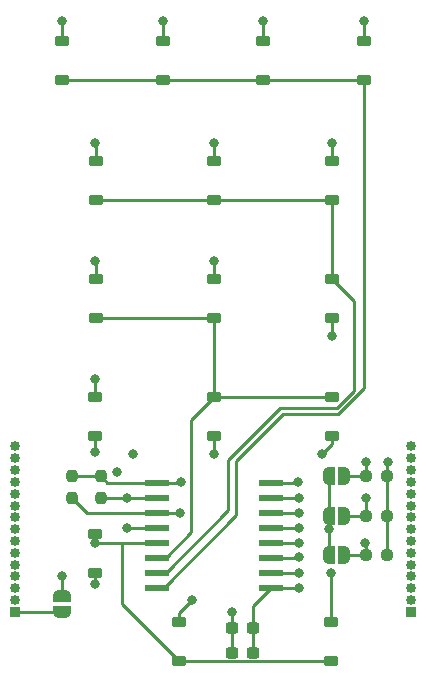
<source format=gbr>
%TF.GenerationSoftware,KiCad,Pcbnew,8.0.1*%
%TF.CreationDate,2024-03-29T18:46:23-05:00*%
%TF.ProjectId,TTWR Keypad,54545752-204b-4657-9970-61642e6b6963,V01*%
%TF.SameCoordinates,Original*%
%TF.FileFunction,Copper,L4,Bot*%
%TF.FilePolarity,Positive*%
%FSLAX46Y46*%
G04 Gerber Fmt 4.6, Leading zero omitted, Abs format (unit mm)*
G04 Created by KiCad (PCBNEW 8.0.1) date 2024-03-29 18:46:23*
%MOMM*%
%LPD*%
G01*
G04 APERTURE LIST*
G04 Aperture macros list*
%AMRoundRect*
0 Rectangle with rounded corners*
0 $1 Rounding radius*
0 $2 $3 $4 $5 $6 $7 $8 $9 X,Y pos of 4 corners*
0 Add a 4 corners polygon primitive as box body*
4,1,4,$2,$3,$4,$5,$6,$7,$8,$9,$2,$3,0*
0 Add four circle primitives for the rounded corners*
1,1,$1+$1,$2,$3*
1,1,$1+$1,$4,$5*
1,1,$1+$1,$6,$7*
1,1,$1+$1,$8,$9*
0 Add four rect primitives between the rounded corners*
20,1,$1+$1,$2,$3,$4,$5,0*
20,1,$1+$1,$4,$5,$6,$7,0*
20,1,$1+$1,$6,$7,$8,$9,0*
20,1,$1+$1,$8,$9,$2,$3,0*%
%AMFreePoly0*
4,1,19,0.500000,-0.750000,0.000000,-0.750000,0.000000,-0.744911,-0.071157,-0.744911,-0.207708,-0.704816,-0.327430,-0.627875,-0.420627,-0.520320,-0.479746,-0.390866,-0.500000,-0.250000,-0.500000,0.250000,-0.479746,0.390866,-0.420627,0.520320,-0.327430,0.627875,-0.207708,0.704816,-0.071157,0.744911,0.000000,0.744911,0.000000,0.750000,0.500000,0.750000,0.500000,-0.750000,0.500000,-0.750000,
$1*%
%AMFreePoly1*
4,1,19,0.000000,0.744911,0.071157,0.744911,0.207708,0.704816,0.327430,0.627875,0.420627,0.520320,0.479746,0.390866,0.500000,0.250000,0.500000,-0.250000,0.479746,-0.390866,0.420627,-0.520320,0.327430,-0.627875,0.207708,-0.704816,0.071157,-0.744911,0.000000,-0.744911,0.000000,-0.750000,-0.500000,-0.750000,-0.500000,0.750000,0.000000,0.750000,0.000000,0.744911,0.000000,0.744911,
$1*%
G04 Aperture macros list end*
%TA.AperFunction,SMDPad,CuDef*%
%ADD10FreePoly0,270.000000*%
%TD*%
%TA.AperFunction,SMDPad,CuDef*%
%ADD11FreePoly1,270.000000*%
%TD*%
%TA.AperFunction,SMDPad,CuDef*%
%ADD12RoundRect,0.237500X-0.300000X-0.237500X0.300000X-0.237500X0.300000X0.237500X-0.300000X0.237500X0*%
%TD*%
%TA.AperFunction,SMDPad,CuDef*%
%ADD13RoundRect,0.225000X0.375000X-0.225000X0.375000X0.225000X-0.375000X0.225000X-0.375000X-0.225000X0*%
%TD*%
%TA.AperFunction,SMDPad,CuDef*%
%ADD14FreePoly0,0.000000*%
%TD*%
%TA.AperFunction,SMDPad,CuDef*%
%ADD15FreePoly1,0.000000*%
%TD*%
%TA.AperFunction,SMDPad,CuDef*%
%ADD16RoundRect,0.225000X-0.375000X0.225000X-0.375000X-0.225000X0.375000X-0.225000X0.375000X0.225000X0*%
%TD*%
%TA.AperFunction,SMDPad,CuDef*%
%ADD17RoundRect,0.237500X-0.237500X0.250000X-0.237500X-0.250000X0.237500X-0.250000X0.237500X0.250000X0*%
%TD*%
%TA.AperFunction,SMDPad,CuDef*%
%ADD18RoundRect,0.237500X-0.250000X-0.237500X0.250000X-0.237500X0.250000X0.237500X-0.250000X0.237500X0*%
%TD*%
%TA.AperFunction,ComponentPad*%
%ADD19R,0.850000X0.850000*%
%TD*%
%TA.AperFunction,ComponentPad*%
%ADD20O,0.850000X0.850000*%
%TD*%
%TA.AperFunction,SMDPad,CuDef*%
%ADD21R,2.082800X0.533400*%
%TD*%
%TA.AperFunction,ViaPad*%
%ADD22C,0.800000*%
%TD*%
%TA.AperFunction,Conductor*%
%ADD23C,0.250000*%
%TD*%
G04 APERTURE END LIST*
D10*
%TO.P,JP4,1,A*%
%TO.N,/IO Expander/INT*%
X155000000Y-91675000D03*
D11*
%TO.P,JP4,2,B*%
%TO.N,Net-(J2-Pin_1)*%
X155000000Y-92975000D03*
%TD*%
D12*
%TO.P,C1,1*%
%TO.N,+3.3V*%
X169400000Y-94400000D03*
%TO.P,C1,2*%
%TO.N,GND*%
X171125000Y-94400000D03*
%TD*%
D13*
%TO.P,D2,1,K*%
%TO.N,ROW_1*%
X157809000Y-58150000D03*
%TO.P,D2,2,A*%
%TO.N,Net-(D2-A)*%
X157809000Y-54850000D03*
%TD*%
%TO.P,D7,1,K*%
%TO.N,ROW_2*%
X167825000Y-68150000D03*
%TO.P,D7,2,A*%
%TO.N,Net-(D7-A)*%
X167825000Y-64850000D03*
%TD*%
D14*
%TO.P,JP3,1,A*%
%TO.N,+3.3V*%
X177550000Y-88225000D03*
D15*
%TO.P,JP3,2,B*%
%TO.N,/IO Expander/A2*%
X178850000Y-88225000D03*
%TD*%
D16*
%TO.P,D15,1,K*%
%TO.N,ROW_2*%
X177850000Y-74844800D03*
%TO.P,D15,2,A*%
%TO.N,Net-(D15-A)*%
X177850000Y-78144800D03*
%TD*%
D13*
%TO.P,D6,1,K*%
%TO.N,ROW_1*%
X167825000Y-58150000D03*
%TO.P,D6,2,A*%
%TO.N,Net-(D6-A)*%
X167825000Y-54850000D03*
%TD*%
D14*
%TO.P,JP1,1,A*%
%TO.N,+3.3V*%
X177550000Y-81500000D03*
D15*
%TO.P,JP1,2,B*%
%TO.N,/IO Expander/A0*%
X178850000Y-81500000D03*
%TD*%
D12*
%TO.P,C2,1*%
%TO.N,+3.3V*%
X169387500Y-96450000D03*
%TO.P,C2,2*%
%TO.N,GND*%
X171112500Y-96450000D03*
%TD*%
D17*
%TO.P,R1,1*%
%TO.N,+3.3V*%
X158250000Y-81500000D03*
%TO.P,R1,2*%
%TO.N,/IO Expander/SDA*%
X158250000Y-83325000D03*
%TD*%
D13*
%TO.P,D16,1,K*%
%TO.N,ROW_3*%
X177750000Y-97200000D03*
%TO.P,D16,2,A*%
%TO.N,Net-(D16-A)*%
X177750000Y-93900000D03*
%TD*%
D18*
%TO.P,R4,1*%
%TO.N,/IO Expander/A1*%
X180687500Y-84862500D03*
%TO.P,R4,2*%
%TO.N,GND*%
X182512500Y-84862500D03*
%TD*%
%TO.P,R5,1*%
%TO.N,/IO Expander/A2*%
X180687500Y-88225000D03*
%TO.P,R5,2*%
%TO.N,GND*%
X182512500Y-88225000D03*
%TD*%
D13*
%TO.P,D10,1,K*%
%TO.N,ROW_1*%
X177850000Y-58144800D03*
%TO.P,D10,2,A*%
%TO.N,Net-(D10-A)*%
X177850000Y-54844800D03*
%TD*%
%TO.P,D9,1,K*%
%TO.N,ROW_0*%
X172000000Y-48000000D03*
%TO.P,D9,2,A*%
%TO.N,Net-(D9-A)*%
X172000000Y-44700000D03*
%TD*%
%TO.P,D13,1,K*%
%TO.N,ROW_0*%
X180500000Y-48000000D03*
%TO.P,D13,2,A*%
%TO.N,Net-(D13-A)*%
X180500000Y-44700000D03*
%TD*%
%TO.P,D1,1,K*%
%TO.N,ROW_0*%
X155000000Y-48000000D03*
%TO.P,D1,2,A*%
%TO.N,Net-(D1-A)*%
X155000000Y-44700000D03*
%TD*%
%TO.P,D4,1,K*%
%TO.N,ROW_3*%
X157800000Y-78150000D03*
%TO.P,D4,2,A*%
%TO.N,Net-(D4-A)*%
X157800000Y-74850000D03*
%TD*%
%TO.P,D3,1,K*%
%TO.N,ROW_2*%
X157809000Y-68150000D03*
%TO.P,D3,2,A*%
%TO.N,Net-(D3-A)*%
X157809000Y-64850000D03*
%TD*%
D19*
%TO.P,J2,1,Pin_1*%
%TO.N,Net-(J2-Pin_1)*%
X151000000Y-93000000D03*
D20*
%TO.P,J2,2,Pin_2*%
%TO.N,unconnected-(J2-Pin_2-Pad2)*%
X151000000Y-92000000D03*
%TO.P,J2,3,Pin_3*%
%TO.N,unconnected-(J2-Pin_3-Pad3)*%
X151000000Y-91000000D03*
%TO.P,J2,4,Pin_4*%
%TO.N,unconnected-(J2-Pin_4-Pad4)*%
X151000000Y-90000000D03*
%TO.P,J2,5,Pin_5*%
%TO.N,unconnected-(J2-Pin_5-Pad5)*%
X151000000Y-89000000D03*
%TO.P,J2,6,Pin_6*%
%TO.N,unconnected-(J2-Pin_6-Pad6)*%
X151000000Y-88000000D03*
%TO.P,J2,7,Pin_7*%
%TO.N,unconnected-(J2-Pin_7-Pad7)*%
X151000000Y-87000000D03*
%TO.P,J2,8,Pin_8*%
%TO.N,unconnected-(J2-Pin_8-Pad8)*%
X151000000Y-86000000D03*
%TO.P,J2,9,Pin_9*%
%TO.N,unconnected-(J2-Pin_9-Pad9)*%
X151000000Y-85000000D03*
%TO.P,J2,10,Pin_10*%
%TO.N,unconnected-(J2-Pin_10-Pad10)*%
X151000000Y-84000000D03*
%TO.P,J2,11,Pin_11*%
%TO.N,unconnected-(J2-Pin_11-Pad11)*%
X151000000Y-83000000D03*
%TO.P,J2,12,Pin_12*%
%TO.N,unconnected-(J2-Pin_12-Pad12)*%
X151000000Y-82000000D03*
%TO.P,J2,13,Pin_13*%
%TO.N,GND*%
X151000000Y-81000000D03*
%TO.P,J2,14,Pin_14*%
%TO.N,unconnected-(J2-Pin_14-Pad14)*%
X151000000Y-80000000D03*
%TO.P,J2,15,Pin_15*%
%TO.N,GND*%
X151000000Y-79000000D03*
%TD*%
D19*
%TO.P,J1,1,Pin_1*%
%TO.N,GND*%
X184500000Y-93000000D03*
D20*
%TO.P,J1,2,Pin_2*%
%TO.N,unconnected-(J1-Pin_2-Pad2)*%
X184500000Y-92000000D03*
%TO.P,J1,3,Pin_3*%
%TO.N,unconnected-(J1-Pin_3-Pad3)*%
X184500000Y-91000000D03*
%TO.P,J1,4,Pin_4*%
%TO.N,unconnected-(J1-Pin_4-Pad4)*%
X184500000Y-90000000D03*
%TO.P,J1,5,Pin_5*%
%TO.N,/IO Expander/SDA*%
X184500000Y-89000000D03*
%TO.P,J1,6,Pin_6*%
%TO.N,/IO Expander/SCL*%
X184500000Y-88000000D03*
%TO.P,J1,7,Pin_7*%
%TO.N,GND*%
X184500000Y-87000000D03*
%TO.P,J1,8,Pin_8*%
%TO.N,+3.3V*%
X184500000Y-86000000D03*
%TO.P,J1,9,Pin_9*%
%TO.N,unconnected-(J1-Pin_9-Pad9)*%
X184500000Y-85000000D03*
%TO.P,J1,10,Pin_10*%
%TO.N,unconnected-(J1-Pin_10-Pad10)*%
X184500000Y-84000000D03*
%TO.P,J1,11,Pin_11*%
%TO.N,unconnected-(J1-Pin_11-Pad11)*%
X184500000Y-83000000D03*
%TO.P,J1,12,Pin_12*%
%TO.N,unconnected-(J1-Pin_12-Pad12)*%
X184500000Y-82000000D03*
%TO.P,J1,13,Pin_13*%
%TO.N,unconnected-(J1-Pin_13-Pad13)*%
X184500000Y-81000000D03*
%TO.P,J1,14,Pin_14*%
%TO.N,unconnected-(J1-Pin_14-Pad14)*%
X184500000Y-80000000D03*
%TO.P,J1,15,Pin_15*%
%TO.N,unconnected-(J1-Pin_15-Pad15)*%
X184500000Y-79000000D03*
%TD*%
D18*
%TO.P,R3,1*%
%TO.N,/IO Expander/A0*%
X180687500Y-81500000D03*
%TO.P,R3,2*%
%TO.N,GND*%
X182512500Y-81500000D03*
%TD*%
D17*
%TO.P,R2,1*%
%TO.N,+3.3V*%
X155775000Y-81500000D03*
%TO.P,R2,2*%
%TO.N,/IO Expander/SCL*%
X155775000Y-83325000D03*
%TD*%
D13*
%TO.P,D12,1,K*%
%TO.N,ROW_3*%
X164850000Y-97200000D03*
%TO.P,D12,2,A*%
%TO.N,Net-(D12-A)*%
X164850000Y-93900000D03*
%TD*%
D14*
%TO.P,JP2,1,A*%
%TO.N,+3.3V*%
X177575000Y-84862500D03*
D15*
%TO.P,JP2,2,B*%
%TO.N,/IO Expander/A1*%
X178875000Y-84862500D03*
%TD*%
D13*
%TO.P,D5,1,K*%
%TO.N,ROW_0*%
X163500000Y-48000000D03*
%TO.P,D5,2,A*%
%TO.N,Net-(D5-A)*%
X163500000Y-44700000D03*
%TD*%
D16*
%TO.P,D11,1,K*%
%TO.N,ROW_2*%
X167825000Y-74850000D03*
%TO.P,D11,2,A*%
%TO.N,Net-(D11-A)*%
X167825000Y-78150000D03*
%TD*%
%TO.P,D8,1,K*%
%TO.N,ROW_3*%
X157775000Y-86375000D03*
%TO.P,D8,2,A*%
%TO.N,Net-(D8-A)*%
X157775000Y-89675000D03*
%TD*%
D21*
%TO.P,U17,1,A0*%
%TO.N,/IO Expander/A0*%
X172663700Y-82055000D03*
%TO.P,U17,2,A1*%
%TO.N,/IO Expander/A1*%
X172663700Y-83325000D03*
%TO.P,U17,3,A2*%
%TO.N,/IO Expander/A2*%
X172663700Y-84595000D03*
%TO.P,U17,4,P0*%
%TO.N,COL_0*%
X172663700Y-85865000D03*
%TO.P,U17,5,P1*%
%TO.N,COL_1*%
X172663700Y-87135000D03*
%TO.P,U17,6,P2*%
%TO.N,COL_2*%
X172663700Y-88405000D03*
%TO.P,U17,7,P3*%
%TO.N,COL_3*%
X172663700Y-89675000D03*
%TO.P,U17,8,GND*%
%TO.N,GND*%
X172663700Y-90945000D03*
%TO.P,U17,9,P4*%
%TO.N,ROW_0*%
X162986300Y-90945000D03*
%TO.P,U17,10,P5*%
%TO.N,ROW_1*%
X162986300Y-89675000D03*
%TO.P,U17,11,P6*%
%TO.N,ROW_2*%
X162986300Y-88405000D03*
%TO.P,U17,12,P7*%
%TO.N,ROW_3*%
X162986300Y-87135000D03*
%TO.P,U17,13,\u002AINT*%
%TO.N,/IO Expander/INT*%
X162986300Y-85865000D03*
%TO.P,U17,14,SCL*%
%TO.N,/IO Expander/SCL*%
X162986300Y-84595000D03*
%TO.P,U17,15,SDA*%
%TO.N,/IO Expander/SDA*%
X162986300Y-83325000D03*
%TO.P,U17,16,VCC*%
%TO.N,+3.3V*%
X162986300Y-82055000D03*
%TD*%
D16*
%TO.P,D14,1,K*%
%TO.N,ROW_1*%
X177850000Y-64844800D03*
%TO.P,D14,2,A*%
%TO.N,Net-(D14-A)*%
X177850000Y-68144800D03*
%TD*%
D22*
%TO.N,Net-(D1-A)*%
X155000000Y-43000000D03*
%TO.N,Net-(D2-A)*%
X157800000Y-53325000D03*
%TO.N,Net-(D3-A)*%
X157800000Y-63325000D03*
%TO.N,Net-(D4-A)*%
X157800000Y-73300000D03*
%TO.N,Net-(D8-A)*%
X157775000Y-90650000D03*
%TO.N,Net-(D9-A)*%
X172000000Y-43000000D03*
%TO.N,Net-(D10-A)*%
X177850000Y-53300000D03*
%TO.N,Net-(D11-A)*%
X167825000Y-79675000D03*
%TO.N,Net-(D12-A)*%
X165975000Y-91975000D03*
%TO.N,Net-(D13-A)*%
X180500000Y-43000000D03*
%TO.N,Net-(D14-A)*%
X177850000Y-69675000D03*
%TO.N,Net-(D15-A)*%
X176950000Y-79675000D03*
%TO.N,Net-(D16-A)*%
X177750000Y-89675000D03*
%TO.N,Net-(D5-A)*%
X163500000Y-43000000D03*
%TO.N,Net-(D6-A)*%
X167825000Y-53325000D03*
%TO.N,Net-(D7-A)*%
X167825000Y-63325000D03*
%TO.N,+3.3V*%
X177575000Y-86000000D03*
X165000000Y-82050000D03*
X169400000Y-93000000D03*
%TO.N,GND*%
X182525000Y-80325000D03*
X175000000Y-90950000D03*
%TO.N,ROW_3*%
X157775000Y-87150000D03*
X157800000Y-79500000D03*
%TO.N,/IO Expander/SDA*%
X160500000Y-83325000D03*
%TO.N,/IO Expander/SCL*%
X164995000Y-84595000D03*
%TO.N,/IO Expander/A0*%
X174975000Y-82050000D03*
X180700000Y-80300000D03*
%TO.N,/IO Expander/A1*%
X175000000Y-83325000D03*
X180700000Y-83325000D03*
%TO.N,/IO Expander/A2*%
X175000000Y-84600000D03*
X180650000Y-87175000D03*
%TO.N,/IO Expander/INT*%
X160500000Y-85875000D03*
X154975000Y-90000000D03*
%TO.N,COL_0*%
X160975000Y-79675000D03*
X175000000Y-85875000D03*
%TO.N,COL_1*%
X159650000Y-81125000D03*
X175000000Y-87150000D03*
%TO.N,COL_2*%
X175000000Y-88375000D03*
%TO.N,COL_3*%
X175000000Y-89700000D03*
%TD*%
D23*
%TO.N,Net-(D1-A)*%
X155000000Y-44700000D02*
X155000000Y-43000000D01*
%TO.N,Net-(D2-A)*%
X157809000Y-53334000D02*
X157800000Y-53325000D01*
X157809000Y-54850000D02*
X157809000Y-53334000D01*
%TO.N,Net-(D3-A)*%
X157809000Y-63334000D02*
X157800000Y-63325000D01*
X157809000Y-64850000D02*
X157809000Y-63334000D01*
%TO.N,Net-(D4-A)*%
X157800000Y-74850000D02*
X157800000Y-73300000D01*
%TO.N,Net-(D8-A)*%
X157775000Y-90650000D02*
X157775000Y-89675000D01*
%TO.N,Net-(D9-A)*%
X172000000Y-44700000D02*
X172000000Y-43000000D01*
%TO.N,Net-(D10-A)*%
X177850000Y-54844800D02*
X177850000Y-53300000D01*
%TO.N,Net-(D11-A)*%
X167825000Y-78150000D02*
X167825000Y-79675000D01*
%TO.N,Net-(D12-A)*%
X164850000Y-93900000D02*
X164850000Y-93100000D01*
X164850000Y-93100000D02*
X165975000Y-91975000D01*
%TO.N,Net-(D13-A)*%
X180500000Y-44700000D02*
X180500000Y-43000000D01*
%TO.N,Net-(D14-A)*%
X177850000Y-68144800D02*
X177850000Y-69675000D01*
%TO.N,Net-(D15-A)*%
X177850000Y-78144800D02*
X177850000Y-78775000D01*
X177850000Y-78775000D02*
X176950000Y-79675000D01*
%TO.N,Net-(D16-A)*%
X177750000Y-93900000D02*
X177750000Y-89675000D01*
%TO.N,Net-(D5-A)*%
X163500000Y-44700000D02*
X163500000Y-43000000D01*
%TO.N,Net-(D6-A)*%
X167825000Y-54850000D02*
X167825000Y-53325000D01*
%TO.N,Net-(D7-A)*%
X167825000Y-64850000D02*
X167825000Y-63325000D01*
%TO.N,+3.3V*%
X169387500Y-94412500D02*
X169400000Y-94400000D01*
X177575000Y-86000000D02*
X177575000Y-88200000D01*
X158805000Y-82055000D02*
X158250000Y-81500000D01*
X169387500Y-96450000D02*
X169387500Y-94412500D01*
X169407500Y-93007500D02*
X169400000Y-93000000D01*
X162986300Y-82055000D02*
X164995000Y-82055000D01*
X177550000Y-84837500D02*
X177575000Y-84862500D01*
X177550000Y-81500000D02*
X177550000Y-84837500D01*
X162986300Y-82055000D02*
X158805000Y-82055000D01*
X164995000Y-82055000D02*
X165000000Y-82050000D01*
X169400000Y-94400000D02*
X169400000Y-93000000D01*
X158250000Y-81500000D02*
X155775000Y-81500000D01*
X177575000Y-84862500D02*
X177575000Y-86000000D01*
X177575000Y-88200000D02*
X177550000Y-88225000D01*
%TO.N,GND*%
X171125000Y-92483700D02*
X172663700Y-90945000D01*
X171112500Y-94412500D02*
X171125000Y-94400000D01*
X171125000Y-94400000D02*
X171125000Y-92483700D01*
X182512500Y-81500000D02*
X182512500Y-80337500D01*
X182512500Y-84862500D02*
X182512500Y-81500000D01*
X172663700Y-90945000D02*
X174995000Y-90945000D01*
X182512500Y-88225000D02*
X182512500Y-84862500D01*
X174995000Y-90945000D02*
X175000000Y-90950000D01*
X182512500Y-80337500D02*
X182525000Y-80325000D01*
X171112500Y-96450000D02*
X171112500Y-94412500D01*
%TO.N,ROW_1*%
X169025000Y-80175000D02*
X173450000Y-75750000D01*
X169025000Y-84411000D02*
X169025000Y-80175000D01*
X163761000Y-89675000D02*
X169025000Y-84411000D01*
X167825000Y-58150000D02*
X157809000Y-58150000D01*
X162986300Y-89675000D02*
X163761000Y-89675000D01*
X178258142Y-75750000D02*
X179700000Y-74308142D01*
X167830200Y-58144800D02*
X167825000Y-58150000D01*
X179700000Y-66694800D02*
X177850000Y-64844800D01*
X177850000Y-58144800D02*
X167830200Y-58144800D01*
X177850000Y-58144800D02*
X177850000Y-64844800D01*
X173450000Y-75750000D02*
X178258142Y-75750000D01*
X179700000Y-74308142D02*
X179700000Y-66694800D01*
%TO.N,ROW_2*%
X177844800Y-74850000D02*
X177850000Y-74844800D01*
X165900000Y-86266000D02*
X163761000Y-88405000D01*
X165900000Y-76775000D02*
X165900000Y-86266000D01*
X167825000Y-68150000D02*
X157809000Y-68150000D01*
X167825000Y-74850000D02*
X167825000Y-68150000D01*
X163761000Y-88405000D02*
X162986300Y-88405000D01*
X167825000Y-74850000D02*
X165900000Y-76775000D01*
X167825000Y-74850000D02*
X177844800Y-74850000D01*
%TO.N,ROW_3*%
X164850000Y-97200000D02*
X160025000Y-92375000D01*
X157800000Y-78150000D02*
X157800000Y-79500000D01*
X157775000Y-86375000D02*
X157775000Y-87150000D01*
X162986300Y-87135000D02*
X160025000Y-87135000D01*
X157790000Y-87135000D02*
X157775000Y-87150000D01*
X160025000Y-87135000D02*
X157790000Y-87135000D01*
X177750000Y-97200000D02*
X164850000Y-97200000D01*
X160025000Y-92375000D02*
X160025000Y-87135000D01*
%TO.N,unconnected-(J1-Pin_2-Pad2)*%
X184500000Y-92000000D02*
X184439339Y-92000000D01*
%TO.N,/IO Expander/SDA*%
X162986300Y-83325000D02*
X160500000Y-83325000D01*
X160497500Y-83322500D02*
X160500000Y-83325000D01*
X158250000Y-83325000D02*
X160500000Y-83325000D01*
%TO.N,/IO Expander/SCL*%
X165000000Y-84600000D02*
X164995000Y-84595000D01*
X162986300Y-84595000D02*
X157045000Y-84595000D01*
X162986300Y-84595000D02*
X164995000Y-84595000D01*
X157045000Y-84595000D02*
X155775000Y-83325000D01*
%TO.N,Net-(J2-Pin_1)*%
X155000000Y-92975000D02*
X151025000Y-92975000D01*
X151025000Y-92975000D02*
X151000000Y-93000000D01*
%TO.N,/IO Expander/A0*%
X180687500Y-81500000D02*
X180687500Y-80312500D01*
X180687500Y-80312500D02*
X180700000Y-80300000D01*
X174970000Y-82055000D02*
X174975000Y-82050000D01*
X172663700Y-82055000D02*
X174970000Y-82055000D01*
X180687500Y-81500000D02*
X178850000Y-81500000D01*
%TO.N,/IO Expander/A1*%
X180687500Y-83337500D02*
X180700000Y-83325000D01*
X180687500Y-84862500D02*
X178875000Y-84862500D01*
X180687500Y-84862500D02*
X180687500Y-83337500D01*
X172663700Y-83325000D02*
X175000000Y-83325000D01*
%TO.N,/IO Expander/A2*%
X172663700Y-84595000D02*
X174995000Y-84595000D01*
X180687500Y-88225000D02*
X180687500Y-87212500D01*
X180687500Y-88225000D02*
X178850000Y-88225000D01*
X180687500Y-87212500D02*
X180650000Y-87175000D01*
X174995000Y-84595000D02*
X175000000Y-84600000D01*
%TO.N,/IO Expander/INT*%
X155000000Y-91675000D02*
X155000000Y-90025000D01*
X160510000Y-85865000D02*
X160500000Y-85875000D01*
X155000000Y-90025000D02*
X154975000Y-90000000D01*
X162986300Y-85865000D02*
X160510000Y-85865000D01*
%TO.N,COL_0*%
X172663700Y-85865000D02*
X175000000Y-85875000D01*
X175000000Y-85875000D02*
X174990000Y-85865000D01*
%TO.N,COL_1*%
X174985000Y-87135000D02*
X175000000Y-87150000D01*
X172663700Y-87135000D02*
X174985000Y-87135000D01*
%TO.N,COL_2*%
X174995000Y-88405000D02*
X175000000Y-88400000D01*
X175000000Y-88375000D02*
X175025000Y-88375000D01*
X172663700Y-88405000D02*
X174995000Y-88405000D01*
X175000000Y-88400000D02*
X175000000Y-88375000D01*
X175025000Y-88375000D02*
X175000000Y-88400000D01*
%TO.N,COL_3*%
X172663700Y-89675000D02*
X175000000Y-89700000D01*
X175000000Y-89700000D02*
X175000000Y-89675000D01*
%TO.N,ROW_0*%
X169675000Y-80225000D02*
X173650000Y-76250000D01*
X178323827Y-76250000D02*
X180500000Y-74073827D01*
X162986300Y-90945000D02*
X163574400Y-90945000D01*
X180500000Y-48000000D02*
X172000000Y-48000000D01*
X180500000Y-74073827D02*
X180500000Y-48000000D01*
X169675000Y-84844400D02*
X169675000Y-80225000D01*
X163500000Y-48000000D02*
X155000000Y-48000000D01*
X172000000Y-48000000D02*
X163500000Y-48000000D01*
X173650000Y-76250000D02*
X178323827Y-76250000D01*
X163574400Y-90945000D02*
X169675000Y-84844400D01*
%TD*%
M02*

</source>
